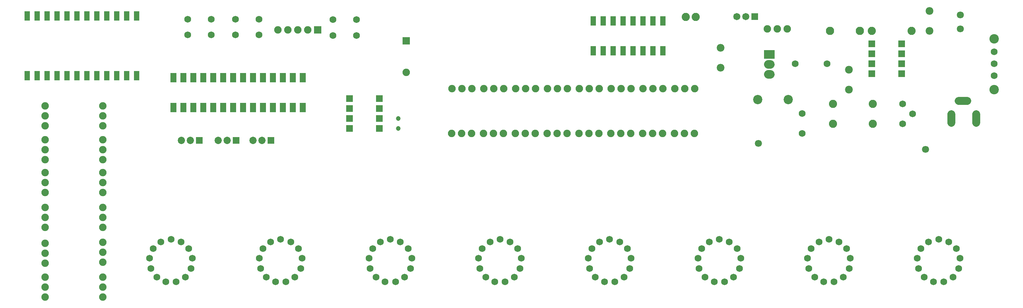
<source format=gbs>
G04 ---------------------------- Layer name :BOTTOM SOLDER LAYER*
G04 EasyEDA v5.8.20, Sun, 02 Dec 2018 16:16:23 GMT*
G04 d22fb70d7412471b8286d7b1cf1715de*
G04 Gerber Generator version 0.2*
G04 Scale: 100 percent, Rotated: No, Reflected: No *
G04 Dimensions in millimeters *
G04 leading zeros omitted , absolute positions ,3 integer and 3 decimal *
%FSLAX33Y33*%
%MOMM*%
G90*
G71D02*

%ADD53C,2.003196*%
%ADD54C,2.203196*%
%ADD56C,1.816100*%
%ADD57R,1.816100X1.816100*%
%ADD58C,2.082800*%
%ADD60R,1.903197X1.903197*%
%ADD61C,1.903197*%
%ADD62C,1.727200*%
%ADD63C,1.981200*%
%ADD64C,2.403196*%
%ADD65C,1.203198*%
%ADD66R,1.803400X1.803400*%
%ADD67R,1.414780X2.385060*%
%ADD70R,1.602740X2.402840*%
%ADD74R,1.727200X1.727200*%
%ADD75C,1.854200*%
%ADD76C,2.108200*%
%ADD77C,2.362200*%
%ADD78R,2.703195X2.203196*%
%ADD79C,1.803197*%

%LPD*%
G54D53*
G01X246381Y51136D02*
G01X246381Y48936D01*
G01X250478Y54582D02*
G01X248278Y54582D01*
G01X252731Y48936D02*
G01X252731Y51136D01*
G54D54*
G01X200147Y61340D02*
G01X199647Y61340D01*
G01X200147Y63880D02*
G01X199647Y63880D01*
G54D56*
G01X191640Y76074D03*
G01X193926Y76074D03*
G54D57*
G01X196211Y76073D03*
G54D58*
G01X181101Y75945D03*
G01X178561Y75945D03*
G54D60*
G01X84583Y72639D03*
G54D61*
G01X82042Y72643D03*
G01X79502Y72643D03*
G01X76962Y72643D03*
G01X74422Y72643D03*
G54D58*
G01X216150Y48678D03*
G01X226310Y48678D03*
G01X226308Y53759D03*
G01X216148Y53759D03*
G54D62*
G01X215141Y19212D03*
G01X217701Y18582D03*
G01X219670Y16832D03*
G01X220602Y14373D03*
G01X220282Y11762D03*
G01X218791Y9593D03*
G01X216462Y8373D03*
G01X213820Y8373D03*
G01X211491Y9593D03*
G01X210000Y11762D03*
G01X209680Y14373D03*
G01X210612Y16832D03*
G01X212581Y18582D03*
G01X187141Y19212D03*
G01X189701Y18582D03*
G01X191670Y16832D03*
G01X192602Y14373D03*
G01X192282Y11762D03*
G01X190791Y9593D03*
G01X188462Y8373D03*
G01X185820Y8373D03*
G01X183491Y9593D03*
G01X182000Y11762D03*
G01X181680Y14373D03*
G01X182612Y16832D03*
G01X184581Y18582D03*
G01X159141Y19212D03*
G01X161701Y18582D03*
G01X163670Y16832D03*
G01X164602Y14373D03*
G01X164282Y11762D03*
G01X162791Y9593D03*
G01X160462Y8373D03*
G01X157820Y8373D03*
G01X155491Y9593D03*
G01X154000Y11762D03*
G01X153680Y14373D03*
G01X154612Y16832D03*
G01X156581Y18582D03*
G01X131141Y19212D03*
G01X133702Y18582D03*
G01X135670Y16832D03*
G01X136602Y14373D03*
G01X136282Y11762D03*
G01X134791Y9593D03*
G01X132462Y8373D03*
G01X129820Y8373D03*
G01X127491Y9593D03*
G01X126000Y11762D03*
G01X125680Y14373D03*
G01X126612Y16832D03*
G01X128581Y18582D03*
G01X75141Y19212D03*
G01X77702Y18582D03*
G01X79670Y16832D03*
G01X80602Y14373D03*
G01X80282Y11762D03*
G01X78791Y9593D03*
G01X76462Y8373D03*
G01X73821Y8373D03*
G01X71491Y9593D03*
G01X70000Y11762D03*
G01X69680Y14373D03*
G01X70613Y16832D03*
G01X72581Y18582D03*
G01X47141Y19212D03*
G01X49702Y18582D03*
G01X51670Y16832D03*
G01X52602Y14373D03*
G01X52282Y11762D03*
G01X50791Y9593D03*
G01X48462Y8373D03*
G01X45821Y8373D03*
G01X43491Y9593D03*
G01X42000Y11762D03*
G01X41680Y14373D03*
G01X42613Y16832D03*
G01X44581Y18582D03*
G01X103141Y19212D03*
G01X105702Y18582D03*
G01X107670Y16832D03*
G01X108602Y14373D03*
G01X108282Y11762D03*
G01X106791Y9593D03*
G01X104462Y8373D03*
G01X101820Y8373D03*
G01X99491Y9593D03*
G01X98000Y11762D03*
G01X97680Y14373D03*
G01X98612Y16832D03*
G01X100581Y18582D03*
G01X243141Y19212D03*
G01X245701Y18582D03*
G01X247670Y16832D03*
G01X248602Y14373D03*
G01X248282Y11762D03*
G01X246791Y9593D03*
G01X244462Y8373D03*
G01X241820Y8373D03*
G01X239491Y9593D03*
G01X238000Y11762D03*
G01X237680Y14373D03*
G01X238612Y16832D03*
G01X240581Y18582D03*
G54D63*
G01X220217Y62483D03*
G01X220217Y57403D03*
G54D62*
G01X233930Y48678D03*
G01X236470Y51218D03*
G01X233930Y53758D03*
G01X257301Y64007D03*
G01X257301Y60959D03*
G01X257301Y67055D03*
G54D64*
G01X257301Y57403D03*
G01X257301Y70357D03*
G54D65*
G01X105153Y50039D03*
G01X105153Y47499D03*
G54D66*
G01X226060Y69086D03*
G01X226060Y66546D03*
G01X226060Y64006D03*
G01X226060Y61466D03*
G01X233680Y61466D03*
G01X233680Y64006D03*
G01X233680Y66546D03*
G01X233680Y69086D03*
G54D67*
G01X38353Y76198D03*
G01X35813Y76198D03*
G01X23113Y76198D03*
G01X20573Y76198D03*
G01X33273Y76198D03*
G01X30733Y76198D03*
G01X25653Y76198D03*
G01X28193Y76198D03*
G01X18033Y76198D03*
G01X15493Y76198D03*
G01X12953Y76198D03*
G01X10413Y76198D03*
G01X10413Y60958D03*
G01X12953Y60958D03*
G01X15493Y60958D03*
G01X18033Y60958D03*
G01X20573Y60958D03*
G01X23113Y60958D03*
G01X25653Y60958D03*
G01X28193Y60958D03*
G01X30733Y60958D03*
G01X33273Y60958D03*
G01X35813Y60958D03*
G01X38353Y60958D03*
G01X172716Y74930D03*
G01X170176Y74930D03*
G01X157476Y74930D03*
G01X154936Y74930D03*
G01X167636Y74930D03*
G01X165096Y74930D03*
G01X160016Y74930D03*
G01X162556Y74930D03*
G01X154936Y67310D03*
G01X157476Y67310D03*
G01X160016Y67310D03*
G01X162556Y67310D03*
G01X165096Y67310D03*
G01X167636Y67310D03*
G01X170176Y67310D03*
G01X172716Y67310D03*
G54D60*
G01X107185Y69852D03*
G54D61*
G01X107185Y61851D03*
G54D63*
G01X187449Y68073D03*
G01X187449Y62993D03*
G54D66*
G01X100330Y47496D03*
G01X100330Y50036D03*
G01X100330Y52576D03*
G01X100330Y55116D03*
G01X92710Y55116D03*
G01X92710Y52576D03*
G01X92710Y50036D03*
G01X92710Y47496D03*
G54D70*
G01X80773Y60450D03*
G01X78233Y60450D03*
G01X75693Y60450D03*
G01X73153Y60450D03*
G01X70613Y60450D03*
G01X68073Y60450D03*
G01X65533Y60450D03*
G01X62993Y60450D03*
G01X60453Y60450D03*
G01X57913Y60450D03*
G01X55373Y60450D03*
G01X52833Y60450D03*
G01X50293Y60450D03*
G01X47753Y60450D03*
G01X47753Y52830D03*
G01X50293Y52830D03*
G01X52833Y52830D03*
G01X55373Y52830D03*
G01X57913Y52830D03*
G01X60453Y52830D03*
G01X62993Y52830D03*
G01X65533Y52830D03*
G01X68073Y52830D03*
G01X70613Y52830D03*
G01X73153Y52830D03*
G01X75693Y52830D03*
G01X78233Y52830D03*
G01X80773Y52830D03*
G54D61*
G01X180807Y46227D03*
G01X178267Y46227D03*
G01X175727Y46227D03*
G01X175802Y57662D03*
G01X178342Y57662D03*
G01X180882Y57662D03*
G01X167674Y57662D03*
G01X170214Y57662D03*
G01X172754Y57662D03*
G01X159546Y57662D03*
G01X162086Y57662D03*
G01X164626Y57662D03*
G01X151418Y57662D03*
G01X153958Y57662D03*
G01X156498Y57662D03*
G01X143290Y57662D03*
G01X145830Y57662D03*
G01X148370Y57662D03*
G01X135163Y57662D03*
G01X137703Y57662D03*
G01X140243Y57662D03*
G01X127037Y57660D03*
G01X129577Y57660D03*
G01X132117Y57660D03*
G01X118909Y57659D03*
G01X121449Y57659D03*
G01X123989Y57659D03*
G01X172677Y46229D03*
G01X170137Y46229D03*
G01X167597Y46229D03*
G01X164549Y46229D03*
G01X162009Y46229D03*
G01X159469Y46229D03*
G01X156421Y46229D03*
G01X153881Y46229D03*
G01X151341Y46229D03*
G01X148293Y46229D03*
G01X145753Y46229D03*
G01X143213Y46229D03*
G01X140165Y46229D03*
G01X137625Y46229D03*
G01X135085Y46229D03*
G01X132039Y46227D03*
G01X129499Y46227D03*
G01X126959Y46227D03*
G01X123914Y46225D03*
G01X121374Y46225D03*
G01X118834Y46225D03*
G01X14986Y53299D03*
G01X14986Y50759D03*
G01X14986Y48219D03*
G01X14983Y44665D03*
G01X14983Y42125D03*
G01X14983Y39585D03*
G01X29715Y53301D03*
G01X29715Y50761D03*
G01X29715Y48221D03*
G01X29713Y44666D03*
G01X29713Y42126D03*
G01X29713Y39586D03*
G01X14986Y36281D03*
G01X14986Y33741D03*
G01X14986Y31201D03*
G01X14986Y27391D03*
G01X14986Y24851D03*
G01X14986Y22311D03*
G01X29715Y18503D03*
G01X29715Y15963D03*
G01X29715Y13423D03*
G01X14983Y18249D03*
G01X14983Y15709D03*
G01X14983Y13169D03*
G01X29715Y9613D03*
G01X29715Y7073D03*
G01X29715Y4533D03*
G01X14983Y9613D03*
G01X14983Y7073D03*
G01X14983Y4533D03*
G01X29715Y27393D03*
G01X29715Y24853D03*
G01X29715Y22313D03*
G01X29718Y36281D03*
G01X29718Y33741D03*
G01X29718Y31201D03*
G54D74*
G01X63757Y44446D03*
G54D75*
G01X61469Y44448D03*
G01X59183Y44448D03*
G54D74*
G01X54359Y44446D03*
G54D75*
G01X52071Y44448D03*
G01X49785Y44448D03*
G54D74*
G01X72647Y44446D03*
G54D75*
G01X70359Y44448D03*
G01X68073Y44448D03*
G54D76*
G01X223009Y72391D03*
G01X215389Y72391D03*
G54D77*
G01X204721Y54865D03*
G01X196974Y54865D03*
G54D61*
G01X199427Y72899D03*
G01X201967Y72899D03*
G01X204507Y72899D03*
G54D78*
G01X199898Y66419D03*
G54D62*
G01X208279Y51307D03*
G01X208279Y46227D03*
G54D79*
G01X248663Y76455D03*
G01X248663Y72955D03*
G54D63*
G01X240789Y72391D03*
G01X240789Y77471D03*
G54D62*
G01X214629Y64007D03*
G01X206501Y64007D03*
G54D58*
G01X226059Y72389D03*
G01X236219Y72389D03*
G54D62*
G01X88488Y71246D03*
G01X94487Y71246D03*
G01X88488Y75247D03*
G01X94487Y75247D03*
G01X51407Y71396D03*
G01X57407Y71396D03*
G01X51407Y75397D03*
G01X57407Y75397D03*
G01X63597Y71398D03*
G01X69597Y71398D03*
G01X63597Y75398D03*
G01X69597Y75398D03*
G54D79*
G01X239775Y42163D03*
G01X197103Y43687D03*
M00*
M02*

</source>
